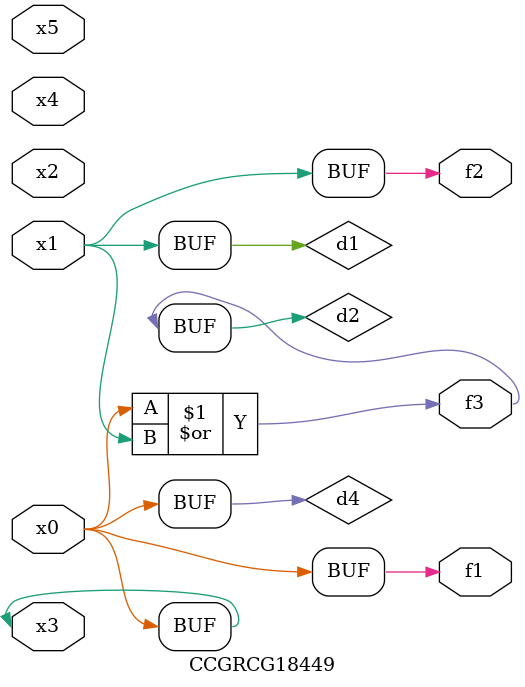
<source format=v>
module CCGRCG18449(
	input x0, x1, x2, x3, x4, x5,
	output f1, f2, f3
);

	wire d1, d2, d3, d4;

	and (d1, x1);
	or (d2, x0, x1);
	nand (d3, x0, x5);
	buf (d4, x0, x3);
	assign f1 = d4;
	assign f2 = d1;
	assign f3 = d2;
endmodule

</source>
